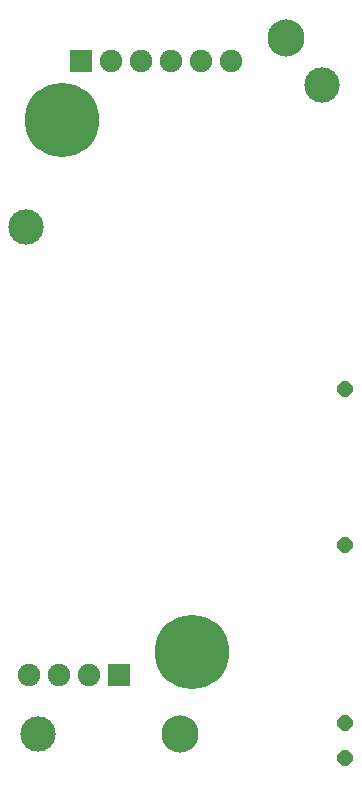
<source format=gbs>
G04*
G04 #@! TF.GenerationSoftware,Altium Limited,Altium Designer,20.2.6 (244)*
G04*
G04 Layer_Color=16711935*
%FSLAX25Y25*%
%MOIN*%
G70*
G04*
G04 #@! TF.SameCoordinates,4CC05358-3F16-40D4-8D58-78DA4269A7D2*
G04*
G04*
G04 #@! TF.FilePolarity,Negative*
G04*
G01*
G75*
%ADD27C,0.11811*%
%ADD28C,0.24803*%
%ADD29C,0.07480*%
%ADD30R,0.07480X0.07480*%
%ADD31P,0.05540X8X292.5*%
%ADD32C,0.12394*%
%ADD33P,0.05540X8X202.5*%
D27*
X106299Y228346D02*
D03*
X11811Y11811D02*
D03*
X7874Y181102D02*
D03*
D28*
X19685Y216535D02*
D03*
X62992Y39370D02*
D03*
D29*
X76181Y236221D02*
D03*
X66181D02*
D03*
X36181D02*
D03*
X46181D02*
D03*
X56181D02*
D03*
X8622Y31496D02*
D03*
X18622D02*
D03*
X28622D02*
D03*
D30*
X26181Y236221D02*
D03*
X38622Y31496D02*
D03*
D31*
X114173Y15748D02*
D03*
Y126772D02*
D03*
Y3937D02*
D03*
D32*
X94488Y244094D02*
D03*
X59055Y11811D02*
D03*
D33*
X114173Y74803D02*
D03*
M02*

</source>
